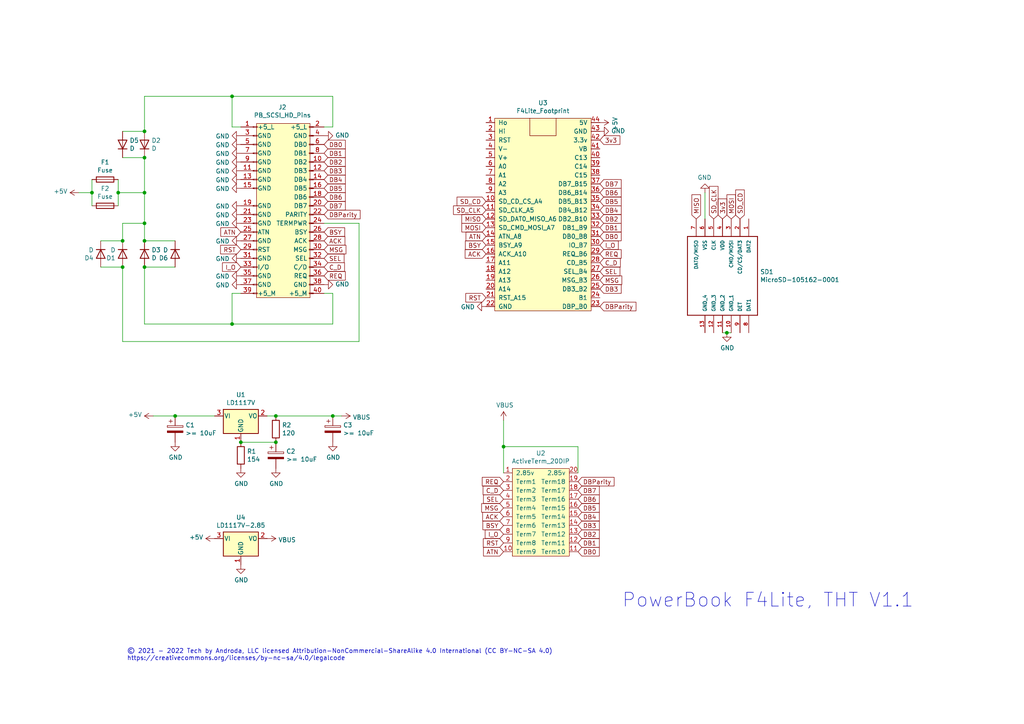
<source format=kicad_sch>
(kicad_sch (version 20211123) (generator eeschema)
  (paper "A4")
  (lib_symbols
    (symbol "Device:CP" (pin_numbers hide) (pin_names (offset 0.254))
      (property "Reference" "C" (at 0.635 2.54 0))
      (property "Value" "Device_CP" (at 0.635 -2.54 0))
      (symbol "CP_0_1"
        (rectangle (start -2.286 0.508) (end 2.286 1.016))
        (polyline (pts (xy -1.778 2.286) (xy -0.762 2.286)))
        (polyline (pts (xy -1.27 2.794) (xy -1.27 1.778)))
        (rectangle (start 2.286 -0.508) (end -2.286 -1.016) (fill (type outline)))
      )
      (symbol "CP_1_1"
        (pin passive line (at 0 3.81 270) (length 2.794) (name "~") (number "1"))
        (pin passive line (at 0 -3.81 90) (length 2.794) (name "~") (number "2"))
      )
    )
    (symbol "Device:D" (pin_numbers hide) (pin_names (offset 1.016) hide)
      (property "Reference" "D" (at 0 2.54 0))
      (property "Value" "D" (at 0 -2.54 0))
      (symbol "D_0_1"
        (polyline (pts (xy -1.27 1.27) (xy -1.27 -1.27)) (stroke (width 0.254)))
        (polyline (pts (xy 1.27 0) (xy -1.27 0)))
        (polyline (pts (xy 1.27 1.27) (xy 1.27 -1.27) (xy -1.27 0) (xy 1.27 1.27)) (stroke (width 0.254)))
      )
      (symbol "D_1_1"
        (pin passive line (at -3.81 0 0) (length 2.54) (name "K") (number "1"))
        (pin passive line (at 3.81 0 180) (length 2.54) (name "A") (number "2"))
      )
    )
    (symbol "Device:Fuse" (pin_numbers hide) (pin_names (offset 0))
      (property "Reference" "F" (at 2.032 0 90))
      (property "Value" "Fuse" (at -1.905 0 90))
      (symbol "Fuse_0_1"
        (rectangle (start -0.762 -2.54) (end 0.762 2.54) (stroke (width 0.254)))
        (polyline (pts (xy 0 2.54) (xy 0 -2.54)))
      )
      (symbol "Fuse_1_1"
        (pin passive line (at 0 3.81 270) (length 1.27) (name "~") (number "1"))
        (pin passive line (at 0 -3.81 90) (length 1.27) (name "~") (number "2"))
      )
    )
    (symbol "Device:R" (pin_numbers hide) (pin_names (offset 0))
      (property "Reference" "R" (at 2.032 0 90))
      (property "Value" "R" (at 0 0 90))
      (symbol "R_0_1"
        (rectangle (start -1.016 -2.54) (end 1.016 2.54) (stroke (width 0.254)))
      )
      (symbol "R_1_1"
        (pin passive line (at 0 3.81 270) (length 1.27) (name "~") (number "1"))
        (pin passive line (at 0 -3.81 90) (length 1.27) (name "~") (number "2"))
      )
    )
    (symbol "Regulator_Linear:LD1117VCD-2.85" (pin_names (offset 0.254))
      (property "Reference" "U" (at -3.81 3.175 0))
      (property "Value" "LD1117VCD-2.85" (at 0 3.175 0))
      (symbol "LD1117VCD-2.85_0_1"
        (rectangle (start -5.08 -5.08) (end 5.08 1.905) (stroke (width 0.254)) (fill (type background)))
      )
      (symbol "LD1117VCD-2.85_1_1"
        (pin power_in line (at 0 -7.62 90) (length 2.54) (name "GND") (number "1"))
        (pin power_out line (at 7.62 0 180) (length 2.54) (name "VO") (number "2"))
        (pin power_in line (at -7.62 0 0) (length 2.54) (name "VI") (number "3"))
      )
    )
    (symbol "custom_symbols:ActiveTerm_20DIP" (pin_names (offset 1.016))
      (property "Reference" "U" (at 0 0 0))
      (property "Value" "custom_symbols_ActiveTerm_20DIP" (at 0 2.54 0))
      (symbol "ActiveTerm_20DIP_0_1"
        (rectangle (start -7.62 -2.54) (end 8.89 -27.94) (fill (type background)))
      )
      (symbol "ActiveTerm_20DIP_1_1"
        (pin input line (at -10.16 -3.81 0) (length 2.54) (name "2.85v") (number "1"))
        (pin input line (at -10.16 -26.67 0) (length 2.54) (name "Term9") (number "10"))
        (pin input line (at 11.43 -26.67 180) (length 2.54) (name "Term10") (number "11"))
        (pin input line (at 11.43 -24.13 180) (length 2.54) (name "Term11") (number "12"))
        (pin input line (at 11.43 -21.59 180) (length 2.54) (name "Term12") (number "13"))
        (pin input line (at 11.43 -19.05 180) (length 2.54) (name "Term13") (number "14"))
        (pin input line (at 11.43 -16.51 180) (length 2.54) (name "Term14") (number "15"))
        (pin input line (at 11.43 -13.97 180) (length 2.54) (name "Term15") (number "16"))
        (pin input line (at 11.43 -11.43 180) (length 2.54) (name "Term16") (number "17"))
        (pin input line (at 11.43 -8.89 180) (length 2.54) (name "Term17") (number "18"))
        (pin input line (at 11.43 -6.35 180) (length 2.54) (name "Term18") (number "19"))
        (pin input line (at -10.16 -6.35 0) (length 2.54) (name "Term1") (number "2"))
        (pin input line (at 11.43 -3.81 180) (length 2.54) (name "2.85v") (number "20"))
        (pin input line (at -10.16 -8.89 0) (length 2.54) (name "Term2") (number "3"))
        (pin input line (at -10.16 -11.43 0) (length 2.54) (name "Term3") (number "4"))
        (pin input line (at -10.16 -13.97 0) (length 2.54) (name "Term4") (number "5"))
        (pin input line (at -10.16 -16.51 0) (length 2.54) (name "Term5") (number "6"))
        (pin input line (at -10.16 -19.05 0) (length 2.54) (name "Term6") (number "7"))
        (pin input line (at -10.16 -21.59 0) (length 2.54) (name "Term7") (number "8"))
        (pin input line (at -10.16 -24.13 0) (length 2.54) (name "Term8") (number "9"))
      )
    )
    (symbol "custom_symbols:F4Lite_Footprint" (pin_names (offset 1.016))
      (property "Reference" "U" (at 0 0 0))
      (property "Value" "custom_symbols_F4Lite_Footprint" (at 0 2.54 0))
      (symbol "F4Lite_Footprint_0_1"
        (rectangle (start -13.97 -3.81) (end 13.97 -59.69) (fill (type background)))
        (polyline (pts (xy -3.81 -3.81) (xy -3.81 -8.89) (xy 3.81 -8.89) (xy 3.81 -3.81)))
      )
      (symbol "F4Lite_Footprint_1_1"
        (pin input line (at -16.51 -5.08 0) (length 2.54) (name "Ho") (number "1"))
        (pin input line (at -16.51 -27.94 0) (length 2.54) (name "SD_CD_CS_A4") (number "10"))
        (pin input line (at -16.51 -30.48 0) (length 2.54) (name "SD_CLK_A5") (number "11"))
        (pin input line (at -16.51 -33.02 0) (length 2.54) (name "SD_DAT0_MISO_A6") (number "12"))
        (pin input line (at -16.51 -35.56 0) (length 2.54) (name "SD_CMD_MOSI_A7") (number "13"))
        (pin input line (at -16.51 -38.1 0) (length 2.54) (name "ATN_A8") (number "14"))
        (pin input line (at -16.51 -40.64 0) (length 2.54) (name "BSY_A9") (number "15"))
        (pin input line (at -16.51 -43.18 0) (length 2.54) (name "ACK_A10") (number "16"))
        (pin input line (at -16.51 -45.72 0) (length 2.54) (name "A11") (number "17"))
        (pin input line (at -16.51 -48.26 0) (length 2.54) (name "A12") (number "18"))
        (pin input line (at -16.51 -50.8 0) (length 2.54) (name "A13") (number "19"))
        (pin input line (at -16.51 -7.62 0) (length 2.54) (name "Hi") (number "2"))
        (pin input line (at -16.51 -53.34 0) (length 2.54) (name "A14") (number "20"))
        (pin input line (at -16.51 -55.88 0) (length 2.54) (name "RST_A15") (number "21"))
        (pin input line (at -16.51 -58.42 0) (length 2.54) (name "GND") (number "22"))
        (pin input line (at 16.51 -58.42 180) (length 2.54) (name "DBP_B0") (number "23"))
        (pin input line (at 16.51 -55.88 180) (length 2.54) (name "B1") (number "24"))
        (pin input line (at 16.51 -53.34 180) (length 2.54) (name "DB3_B2") (number "25"))
        (pin input line (at 16.51 -50.8 180) (length 2.54) (name "MSG_B3") (number "26"))
        (pin input line (at 16.51 -48.26 180) (length 2.54) (name "SEL_B4") (number "27"))
        (pin input line (at 16.51 -45.72 180) (length 2.54) (name "CD_B5") (number "28"))
        (pin input line (at 16.51 -43.18 180) (length 2.54) (name "REQ_B6") (number "29"))
        (pin input line (at -16.51 -10.16 0) (length 2.54) (name "RST") (number "3"))
        (pin input line (at 16.51 -40.64 180) (length 2.54) (name "IO_B7") (number "30"))
        (pin input line (at 16.51 -38.1 180) (length 2.54) (name "DB0_B8") (number "31"))
        (pin input line (at 16.51 -35.56 180) (length 2.54) (name "DB1_B9") (number "32"))
        (pin input line (at 16.51 -33.02 180) (length 2.54) (name "DB2_B10") (number "33"))
        (pin input line (at 16.51 -30.48 180) (length 2.54) (name "DB4_B12") (number "34"))
        (pin input line (at 16.51 -27.94 180) (length 2.54) (name "DB5_B13") (number "35"))
        (pin input line (at 16.51 -25.4 180) (length 2.54) (name "DB6_B14") (number "36"))
        (pin input line (at 16.51 -22.86 180) (length 2.54) (name "DB7_B15") (number "37"))
        (pin input line (at 16.51 -20.32 180) (length 2.54) (name "C15") (number "38"))
        (pin input line (at 16.51 -17.78 180) (length 2.54) (name "C14") (number "39"))
        (pin input line (at -16.51 -12.7 0) (length 2.54) (name "V-") (number "4"))
        (pin input line (at 16.51 -15.24 180) (length 2.54) (name "C13") (number "40"))
        (pin input line (at 16.51 -12.7 180) (length 2.54) (name "VB") (number "41"))
        (pin input line (at 16.51 -10.16 180) (length 2.54) (name "3.3v") (number "42"))
        (pin input line (at 16.51 -7.62 180) (length 2.54) (name "GND") (number "43"))
        (pin input line (at 16.51 -5.08 180) (length 2.54) (name "5V") (number "44"))
        (pin input line (at -16.51 -15.24 0) (length 2.54) (name "V+") (number "5"))
        (pin input line (at -16.51 -17.78 0) (length 2.54) (name "A0") (number "6"))
        (pin input line (at -16.51 -20.32 0) (length 2.54) (name "A1") (number "7"))
        (pin input line (at -16.51 -22.86 0) (length 2.54) (name "A2") (number "8"))
        (pin input line (at -16.51 -25.4 0) (length 2.54) (name "A3") (number "9"))
      )
    )
    (symbol "custom_symbols:MicroSD-105162-0001" (pin_names (offset 1.016))
      (property "Reference" "J" (at 29.21 7.62 0))
      (property "Value" "custom_symbols_MicroSD-105162-0001" (at 29.21 5.08 0))
      (symbol "MicroSD-105162-0001_0_0"
        (polyline (pts (xy 5.08 2.54) (xy 5.08 -17.78)) (stroke (width 0.254)))
        (polyline (pts (xy 5.08 2.54) (xy 27.94 2.54)) (stroke (width 0.254)))
        (polyline (pts (xy 27.94 -17.78) (xy 5.08 -17.78)) (stroke (width 0.254)))
        (polyline (pts (xy 27.94 -17.78) (xy 27.94 2.54)) (stroke (width 0.254)))
        (pin bidirectional line (at 0 0 0) (length 5.08) (name "DAT2") (number "1"))
        (pin bidirectional line (at 33.02 -5.08 180) (length 5.08) (name "GND_1") (number "10"))
        (pin bidirectional line (at 33.02 -7.62 180) (length 5.08) (name "GND_2") (number "11"))
        (pin bidirectional line (at 33.02 -10.16 180) (length 5.08) (name "GND_3") (number "12"))
        (pin bidirectional line (at 33.02 -12.7 180) (length 5.08) (name "GND_4") (number "13"))
        (pin bidirectional line (at 0 -2.54 0) (length 5.08) (name "CD/CS/DAT3") (number "2"))
        (pin bidirectional line (at 0 -5.08 0) (length 5.08) (name "CMD/MOSI") (number "3"))
        (pin bidirectional line (at 0 -7.62 0) (length 5.08) (name "VDD") (number "4"))
        (pin bidirectional line (at 0 -10.16 0) (length 5.08) (name "CLK") (number "5"))
        (pin bidirectional line (at 0 -12.7 0) (length 5.08) (name "VSS") (number "6"))
        (pin bidirectional line (at 0 -15.24 0) (length 5.08) (name "DAT0/MISO") (number "7"))
        (pin bidirectional line (at 33.02 0 180) (length 5.08) (name "DAT1") (number "8"))
        (pin bidirectional line (at 33.02 -2.54 180) (length 5.08) (name "DET") (number "9"))
      )
    )
    (symbol "custom_symbols:PB_SCSI_HD_Pins" (pin_names (offset 1.016))
      (property "Reference" "J" (at -0.508 26.67 0))
      (property "Value" "custom_symbols_PB_SCSI_HD_Pins" (at -0.508 -28.702 0))
      (symbol "PB_SCSI_HD_Pins_0_1"
        (rectangle (start -8.128 -25.4) (end 7.366 25.146) (fill (type background)))
      )
      (symbol "PB_SCSI_HD_Pins_1_1"
        (rectangle (start -9.144 -24.003) (end -7.874 -24.257) (stroke (width 0.1524)))
        (rectangle (start -9.144 -21.463) (end -7.874 -21.717) (stroke (width 0.1524)))
        (rectangle (start -9.144 -18.923) (end -7.874 -19.177) (stroke (width 0.1524)))
        (rectangle (start -9.144 -16.383) (end -7.874 -16.637) (stroke (width 0.1524)))
        (rectangle (start -9.144 -13.843) (end -7.874 -14.097) (stroke (width 0.1524)))
        (rectangle (start -9.144 -11.303) (end -7.874 -11.557) (stroke (width 0.1524)))
        (rectangle (start -9.144 -8.763) (end -7.874 -9.017) (stroke (width 0.1524)))
        (rectangle (start -9.144 -6.223) (end -7.874 -6.477) (stroke (width 0.1524)))
        (rectangle (start -9.144 -3.683) (end -7.874 -3.937) (stroke (width 0.1524)))
        (rectangle (start -9.144 -1.143) (end -7.874 -1.397) (stroke (width 0.1524)))
        (rectangle (start -9.144 1.397) (end -7.874 1.143) (stroke (width 0.1524)))
        (rectangle (start -9.144 6.477) (end -7.874 6.223) (stroke (width 0.1524)))
        (rectangle (start -9.144 9.017) (end -7.874 8.763) (stroke (width 0.1524)))
        (rectangle (start -9.144 11.557) (end -7.874 11.303) (stroke (width 0.1524)))
        (rectangle (start -9.144 14.097) (end -7.874 13.843) (stroke (width 0.1524)))
        (rectangle (start -9.144 16.637) (end -7.874 16.383) (stroke (width 0.1524)))
        (rectangle (start -9.144 19.177) (end -7.874 18.923) (stroke (width 0.1524)))
        (rectangle (start -9.144 21.717) (end -7.874 21.463) (stroke (width 0.1524)))
        (rectangle (start -9.144 24.257) (end -7.874 24.003) (stroke (width 0.1524)))
        (rectangle (start 8.382 -24.003) (end 7.112 -24.257) (stroke (width 0.1524)))
        (rectangle (start 8.382 -21.463) (end 7.112 -21.717) (stroke (width 0.1524)))
        (rectangle (start 8.382 -18.923) (end 7.112 -19.177) (stroke (width 0.1524)))
        (rectangle (start 8.382 -16.383) (end 7.112 -16.637) (stroke (width 0.1524)))
        (rectangle (start 8.382 -13.843) (end 7.112 -14.097) (stroke (width 0.1524)))
        (rectangle (start 8.382 -11.303) (end 7.112 -11.557) (stroke (width 0.1524)))
        (rectangle (start 8.382 -8.763) (end 7.112 -9.017) (stroke (width 0.1524)))
        (rectangle (start 8.382 -6.223) (end 7.112 -6.477) (stroke (width 0.1524)))
        (rectangle (start 8.382 -3.683) (end 7.112 -3.937) (stroke (width 0.1524)))
        (rectangle (start 8.382 -1.143) (end 7.112 -1.397) (stroke (width 0.1524)))
        (rectangle (start 8.382 1.397) (end 7.112 1.143) (stroke (width 0.1524)))
        (rectangle (start 8.382 3.937) (end 7.112 3.683) (stroke (width 0.1524)))
        (rectangle (start 8.382 6.477) (end 7.112 6.223) (stroke (width 0.1524)))
        (rectangle (start 8.382 9.017) (end 7.112 8.763) (stroke (width 0.1524)))
        (rectangle (start 8.382 11.557) (end 7.112 11.303) (stroke (width 0.1524)))
        (rectangle (start 8.382 14.097) (end 7.112 13.843) (stroke (width 0.1524)))
        (rectangle (start 8.382 16.637) (end 7.112 16.383) (stroke (width 0.1524)))
        (rectangle (start 8.382 19.177) (end 7.112 18.923) (stroke (width 0.1524)))
        (rectangle (start 8.382 21.717) (end 7.112 21.463) (stroke (width 0.1524)))
        (rectangle (start 8.382 24.257) (end 7.112 24.003) (stroke (width 0.1524)))
        (pin power_in line (at -12.7 24.13 0) (length 3.81) (name "+5_L") (number "1"))
        (pin passive line (at 11.43 13.97 180) (length 3.81) (name "DB2") (number "10"))
        (pin power_in line (at -12.7 11.43 0) (length 3.81) (name "GND") (number "11"))
        (pin passive line (at 11.43 11.43 180) (length 3.81) (name "DB3") (number "12"))
        (pin power_in line (at -12.7 8.89 0) (length 3.81) (name "GND") (number "13"))
        (pin passive line (at 11.43 8.89 180) (length 3.81) (name "DB4") (number "14"))
        (pin power_in line (at -12.7 6.35 0) (length 3.81) (name "GND") (number "15"))
        (pin passive line (at 11.43 6.35 180) (length 3.81) (name "DB5") (number "16"))
        (pin passive line (at 11.43 3.81 180) (length 3.81) (name "DB6") (number "18"))
        (pin power_in line (at -12.7 1.27 0) (length 3.81) (name "GND") (number "19"))
        (pin power_in line (at 11.43 24.13 180) (length 3.81) (name "+5_L") (number "2"))
        (pin passive line (at 11.43 1.27 180) (length 3.81) (name "DB7") (number "20"))
        (pin power_in line (at -12.7 -1.27 0) (length 3.81) (name "GND") (number "21"))
        (pin passive line (at 11.43 -1.27 180) (length 3.81) (name "PARITY") (number "22"))
        (pin power_in line (at -12.7 -3.81 0) (length 3.81) (name "GND") (number "23"))
        (pin passive line (at 11.43 -3.81 180) (length 3.81) (name "TERMPWR") (number "24"))
        (pin passive line (at -12.7 -6.35 0) (length 3.81) (name "ATN") (number "25"))
        (pin passive line (at 11.43 -6.35 180) (length 3.81) (name "BSY") (number "26"))
        (pin power_in line (at -12.7 -8.89 0) (length 3.81) (name "GND") (number "27"))
        (pin passive line (at 11.43 -8.89 180) (length 3.81) (name "ACK") (number "28"))
        (pin passive line (at -12.7 -11.43 0) (length 3.81) (name "RST") (number "29"))
        (pin power_in line (at -12.7 21.59 0) (length 3.81) (name "GND") (number "3"))
        (pin passive line (at 11.43 -11.43 180) (length 3.81) (name "MSG") (number "30"))
        (pin power_in line (at -12.7 -13.97 0) (length 3.81) (name "GND") (number "31"))
        (pin passive line (at 11.43 -13.97 180) (length 3.81) (name "SEL") (number "32"))
        (pin passive line (at -12.7 -16.51 0) (length 3.81) (name "I/O") (number "33"))
        (pin passive line (at 11.43 -16.51 180) (length 3.81) (name "C/D") (number "34"))
        (pin power_in line (at -12.7 -19.05 0) (length 3.81) (name "GND") (number "35"))
        (pin passive line (at 11.43 -19.05 180) (length 3.81) (name "REQ") (number "36"))
        (pin power_in line (at -12.7 -21.59 0) (length 3.81) (name "GND") (number "37"))
        (pin power_in line (at 11.43 -21.59 180) (length 3.81) (name "GND") (number "38"))
        (pin power_in line (at -12.7 -24.13 0) (length 3.81) (name "+5_M") (number "39"))
        (pin power_in line (at 11.43 21.59 180) (length 3.81) (name "GND") (number "4"))
        (pin power_in line (at 11.43 -24.13 180) (length 3.81) (name "+5_M") (number "40"))
        (pin power_in line (at -12.7 19.05 0) (length 3.81) (name "GND") (number "5"))
        (pin passive line (at 11.43 19.05 180) (length 3.81) (name "DB0") (number "6"))
        (pin power_in line (at -12.7 16.51 0) (length 3.81) (name "GND") (number "7"))
        (pin passive line (at 11.43 16.51 180) (length 3.81) (name "DB1") (number "8"))
        (pin power_in line (at -12.7 13.97 0) (length 3.81) (name "GND") (number "9"))
      )
    )
    (symbol "power:+5V" (power) (pin_names (offset 0))
      (property "Value" "+5V" (at 0 3.556 0))
      (symbol "+5V_0_1"
        (polyline (pts (xy -0.762 1.27) (xy 0 2.54)))
        (polyline (pts (xy 0 0) (xy 0 2.54)))
        (polyline (pts (xy 0 2.54) (xy 0.762 1.27)))
      )
      (symbol "+5V_1_1"
        (pin power_in line (at 0 0 90) (length 0) hide (name "+5V") (number "1"))
      )
    )
    (symbol "power:GND" (power) (pin_names (offset 0))
      (property "Value" "GND" (at 0 -3.81 0))
      (symbol "GND_0_1"
        (polyline (pts (xy 0 0) (xy 0 -1.27) (xy 1.27 -1.27) (xy 0 -2.54) (xy -1.27 -1.27) (xy 0 -1.27)))
      )
      (symbol "GND_1_1"
        (pin power_in line (at 0 0 270) (length 0) hide (name "GND") (number "1"))
      )
    )
    (symbol "power:VBUS" (power) (pin_names (offset 0))
      (property "Value" "VBUS" (at 0 3.81 0))
      (symbol "VBUS_0_1"
        (polyline (pts (xy -0.762 1.27) (xy 0 2.54)))
        (polyline (pts (xy 0 0) (xy 0 2.54)))
        (polyline (pts (xy 0 2.54) (xy 0.762 1.27)))
      )
      (symbol "VBUS_1_1"
        (pin power_in line (at 0 0 90) (length 0) hide (name "VBUS") (number "1"))
      )
    )
  )
  (junction (at 80.01 128.27))
  (junction (at 69.85 128.27))
  (junction (at 67.31 27.94))
  (junction (at 96.52 120.65))
  (junction (at 210.82 96.52))
  (junction (at 41.91 69.85))
  (junction (at 67.31 93.98))
  (junction (at 35.56 77.47))
  (junction (at 41.91 45.72))
  (junction (at 41.91 38.1))
  (junction (at 26.67 55.88))
  (junction (at 41.91 55.88))
  (junction (at 50.8 120.65))
  (junction (at 41.91 64.77))
  (junction (at 146.05 129.54))
  (junction (at 80.01 120.65))
  (junction (at 41.91 77.47))
  (junction (at 35.56 69.85))
  (junction (at 34.29 55.88))
  (wire (pts (xy 67.31 27.94) (xy 41.91 27.94)))
  (wire (pts (xy 41.91 45.72) (xy 41.91 55.88)))
  (wire (pts (xy 41.91 55.88) (xy 41.91 64.77)))
  (wire (pts (xy 96.52 93.98) (xy 67.31 93.98)))
  (wire (pts (xy 34.29 52.07) (xy 34.29 55.88)))
  (wire (pts (xy 50.8 120.65) (xy 62.23 120.65)))
  (wire (pts (xy 67.31 93.98) (xy 67.31 85.09)))
  (wire (pts (xy 104.14 99.06) (xy 104.14 64.77)))
  (wire (pts (xy 146.05 129.54) (xy 146.05 137.16)))
  (wire (pts (xy 67.31 85.09) (xy 69.85 85.09)))
  (wire (pts (xy 96.52 36.83) (xy 96.52 27.94)))
  (wire (pts (xy 41.91 27.94) (xy 41.91 38.1)))
  (wire (pts (xy 212.09 96.52) (xy 210.82 96.52)))
  (wire (pts (xy 41.91 69.85) (xy 50.8 69.85)))
  (wire (pts (xy 167.64 129.54) (xy 146.05 129.54)))
  (wire (pts (xy 35.56 77.47) (xy 35.56 99.06)))
  (wire (pts (xy 26.67 55.88) (xy 26.67 59.69)))
  (wire (pts (xy 35.56 38.1) (xy 41.91 38.1)))
  (wire (pts (xy 210.82 96.52) (xy 209.55 96.52)))
  (wire (pts (xy 96.52 27.94) (xy 67.31 27.94)))
  (wire (pts (xy 35.56 69.85) (xy 35.56 64.77)))
  (wire (pts (xy 80.01 120.65) (xy 96.52 120.65)))
  (wire (pts (xy 77.47 120.65) (xy 80.01 120.65)))
  (wire (pts (xy 69.85 128.27) (xy 80.01 128.27)))
  (wire (pts (xy 67.31 93.98) (xy 41.91 93.98)))
  (wire (pts (xy 41.91 77.47) (xy 50.8 77.47)))
  (wire (pts (xy 67.31 27.94) (xy 67.31 36.83)))
  (wire (pts (xy 93.98 64.77) (xy 104.14 64.77)))
  (wire (pts (xy 35.56 64.77) (xy 41.91 64.77)))
  (wire (pts (xy 146.05 121.92) (xy 146.05 129.54)))
  (wire (pts (xy 26.67 52.07) (xy 26.67 55.88)))
  (wire (pts (xy 22.86 55.88) (xy 26.67 55.88)))
  (wire (pts (xy 93.98 85.09) (xy 96.52 85.09)))
  (wire (pts (xy 29.21 69.85) (xy 35.56 69.85)))
  (wire (pts (xy 35.56 45.72) (xy 41.91 45.72)))
  (wire (pts (xy 34.29 55.88) (xy 41.91 55.88)))
  (wire (pts (xy 29.21 77.47) (xy 35.56 77.47)))
  (wire (pts (xy 93.98 36.83) (xy 96.52 36.83)))
  (wire (pts (xy 204.47 63.5) (xy 204.47 55.88)))
  (wire (pts (xy 44.45 120.65) (xy 50.8 120.65)))
  (wire (pts (xy 67.31 36.83) (xy 69.85 36.83)))
  (wire (pts (xy 35.56 99.06) (xy 104.14 99.06)))
  (wire (pts (xy 167.64 129.54) (xy 167.64 137.16)))
  (wire (pts (xy 96.52 85.09) (xy 96.52 93.98)))
  (wire (pts (xy 96.52 120.65) (xy 99.06 120.65)))
  (wire (pts (xy 41.91 64.77) (xy 41.91 69.85)))
  (wire (pts (xy 41.91 93.98) (xy 41.91 77.47)))
  (wire (pts (xy 34.29 55.88) (xy 34.29 59.69)))
  (text "© 2021 - 2022 Tech by Androda, LLC licensed Attribution-NonCommercial-ShareAlike 4.0 International (CC BY-NC-SA 4.0)\nhttps://creativecommons.org/licenses/by-nc-sa/4.0/legalcode" (at 36.83 191.77 0) (effects (font (size 1.27 1.27)) (justify left bottom)))
  (text "PowerBook F4Lite, THT V1.1" (at 180.34 176.53 0) (effects (font (size 4 4)) (justify left bottom)))
  (global_label "SEL" (shape input) (at 146.05 144.78 180) (property "Intersheet References" "${INTERSHEET_REFS}" (effects hide)))
  (global_label "DB0" (shape input) (at 167.64 160.02 0) (property "Intersheet References" "${INTERSHEET_REFS}" (effects hide)))
  (global_label "DB5" (shape input) (at 93.98 54.61 0) (property "Intersheet References" "${INTERSHEET_REFS}" (effects hide)))
  (global_label "ACK" (shape input) (at 146.05 149.86 180) (property "Intersheet References" "${INTERSHEET_REFS}" (effects hide)))
  (global_label "DB4" (shape input) (at 93.98 52.07 0) (property "Intersheet References" "${INTERSHEET_REFS}" (effects hide)))
  (global_label "I_O" (shape input) (at 173.99 71.12 0) (property "Intersheet References" "${INTERSHEET_REFS}" (effects hide)))
  (global_label "DB3" (shape input) (at 173.99 83.82 0) (property "Intersheet References" "${INTERSHEET_REFS}" (effects hide)))
  (global_label "3v3" (shape input) (at 209.55 63.5 90) (property "Intersheet References" "${INTERSHEET_REFS}" (effects hide)))
  (global_label "MISO" (shape input) (at 201.93 63.5 90) (property "Intersheet References" "${INTERSHEET_REFS}" (effects hide)))
  (global_label "DBParity" (shape input) (at 167.64 139.7 0) (property "Intersheet References" "${INTERSHEET_REFS}" (effects hide)))
  (global_label "SD_CD" (shape input) (at 140.97 58.42 180) (property "Intersheet References" "${INTERSHEET_REFS}" (effects hide)))
  (global_label "I_O" (shape input) (at 69.85 77.47 180) (property "Intersheet References" "${INTERSHEET_REFS}" (effects hide)))
  (global_label "MSG" (shape input) (at 93.98 72.39 0) (property "Intersheet References" "${INTERSHEET_REFS}" (effects hide)))
  (global_label "REQ" (shape input) (at 93.98 80.01 0) (property "Intersheet References" "${INTERSHEET_REFS}" (effects hide)))
  (global_label "DB2" (shape input) (at 93.98 46.99 0) (property "Intersheet References" "${INTERSHEET_REFS}" (effects hide)))
  (global_label "DB1" (shape input) (at 93.98 44.45 0) (property "Intersheet References" "${INTERSHEET_REFS}" (effects hide)))
  (global_label "SD_CD" (shape input) (at 214.63 63.5 90) (property "Intersheet References" "${INTERSHEET_REFS}" (effects hide)))
  (global_label "DB1" (shape input) (at 167.64 157.48 0) (property "Intersheet References" "${INTERSHEET_REFS}" (effects hide)))
  (global_label "DB3" (shape input) (at 93.98 49.53 0) (property "Intersheet References" "${INTERSHEET_REFS}" (effects hide)))
  (global_label "RST" (shape input) (at 146.05 157.48 180) (property "Intersheet References" "${INTERSHEET_REFS}" (effects hide)))
  (global_label "DB4" (shape input) (at 173.99 60.96 0) (property "Intersheet References" "${INTERSHEET_REFS}" (effects hide)))
  (global_label "DB6" (shape input) (at 93.98 57.15 0) (property "Intersheet References" "${INTERSHEET_REFS}" (effects hide)))
  (global_label "RST" (shape input) (at 69.85 72.39 180) (property "Intersheet References" "${INTERSHEET_REFS}" (effects hide)))
  (global_label "DB0" (shape input) (at 173.99 68.58 0) (property "Intersheet References" "${INTERSHEET_REFS}" (effects hide)))
  (global_label "DB1" (shape input) (at 173.99 66.04 0) (property "Intersheet References" "${INTERSHEET_REFS}" (effects hide)))
  (global_label "BSY" (shape input) (at 93.98 67.31 0) (property "Intersheet References" "${INTERSHEET_REFS}" (effects hide)))
  (global_label "MISO" (shape input) (at 140.97 63.5 180) (property "Intersheet References" "${INTERSHEET_REFS}" (effects hide)))
  (global_label "REQ" (shape input) (at 146.05 139.7 180) (property "Intersheet References" "${INTERSHEET_REFS}" (effects hide)))
  (global_label "SEL" (shape input) (at 93.98 74.93 0) (property "Intersheet References" "${INTERSHEET_REFS}" (effects hide)))
  (global_label "DB2" (shape input) (at 173.99 63.5 0) (property "Intersheet References" "${INTERSHEET_REFS}" (effects hide)))
  (global_label "ATN" (shape input) (at 140.97 68.58 180) (property "Intersheet References" "${INTERSHEET_REFS}" (effects hide)))
  (global_label "MOSI" (shape input) (at 140.97 66.04 180) (property "Intersheet References" "${INTERSHEET_REFS}" (effects hide)))
  (global_label "C_D" (shape input) (at 173.99 76.2 0) (property "Intersheet References" "${INTERSHEET_REFS}" (effects hide)))
  (global_label "SD_CLK" (shape input) (at 207.01 63.5 90) (property "Intersheet References" "${INTERSHEET_REFS}" (effects hide)))
  (global_label "ACK" (shape input) (at 93.98 69.85 0) (property "Intersheet References" "${INTERSHEET_REFS}" (effects hide)))
  (global_label "BSY" (shape input) (at 140.97 71.12 180) (property "Intersheet References" "${INTERSHEET_REFS}" (effects hide)))
  (global_label "DB5" (shape input) (at 173.99 58.42 0) (property "Intersheet References" "${INTERSHEET_REFS}" (effects hide)))
  (global_label "BSY" (shape input) (at 146.05 152.4 180) (property "Intersheet References" "${INTERSHEET_REFS}" (effects hide)))
  (global_label "ACK" (shape input) (at 140.97 73.66 180) (property "Intersheet References" "${INTERSHEET_REFS}" (effects hide)))
  (global_label "DBParity" (shape input) (at 173.99 88.9 0) (property "Intersheet References" "${INTERSHEET_REFS}" (effects hide)))
  (global_label "DB6" (shape input) (at 167.64 144.78 0) (property "Intersheet References" "${INTERSHEET_REFS}" (effects hide)))
  (global_label "RST" (shape input) (at 140.97 86.36 180) (property "Intersheet References" "${INTERSHEET_REFS}" (effects hide)))
  (global_label "ATN" (shape input) (at 69.85 67.31 180) (property "Intersheet References" "${INTERSHEET_REFS}" (effects hide)))
  (global_label "DB7" (shape input) (at 93.98 59.69 0) (property "Intersheet References" "${INTERSHEET_REFS}" (effects hide)))
  (global_label "ATN" (shape input) (at 146.05 160.02 180) (property "Intersheet References" "${INTERSHEET_REFS}" (effects hide)))
  (global_label "DB5" (shape input) (at 167.64 147.32 0) (property "Intersheet References" "${INTERSHEET_REFS}" (effects hide)))
  (global_label "I_O" (shape input) (at 146.05 154.94 180) (property "Intersheet References" "${INTERSHEET_REFS}" (effects hide)))
  (global_label "C_D" (shape input) (at 146.05 142.24 180) (property "Intersheet References" "${INTERSHEET_REFS}" (effects hide)))
  (global_label "MSG" (shape input) (at 146.05 147.32 180) (property "Intersheet References" "${INTERSHEET_REFS}" (effects hide)))
  (global_label "DB0" (shape input) (at 93.98 41.91 0) (property "Intersheet References" "${INTERSHEET_REFS}" (effects hide)))
  (global_label "C_D" (shape input) (at 93.98 77.47 0) (property "Intersheet References" "${INTERSHEET_REFS}" (effects hide)))
  (global_label "DB7" (shape input) (at 173.99 53.34 0) (property "Intersheet References" "${INTERSHEET_REFS}" (effects hide)))
  (global_label "DBParity" (shape input) (at 93.98 62.23 0) (property "Intersheet References" "${INTERSHEET_REFS}" (effects hide)))
  (global_label "MSG" (shape input) (at 173.99 81.28 0) (property "Intersheet References" "${INTERSHEET_REFS}" (effects hide)))
  (global_label "DB4" (shape input) (at 167.64 149.86 0) (property "Intersheet References" "${INTERSHEET_REFS}" (effects hide)))
  (global_label "SD_CLK" (shape input) (at 140.97 60.96 180) (property "Intersheet References" "${INTERSHEET_REFS}" (effects hide)))
  (global_label "REQ" (shape input) (at 173.99 73.66 0) (property "Intersheet References" "${INTERSHEET_REFS}" (effects hide)))
  (global_label "DB3" (shape input) (at 167.64 152.4 0) (property "Intersheet References" "${INTERSHEET_REFS}" (effects hide)))
  (global_label "SEL" (shape input) (at 173.99 78.74 0) (property "Intersheet References" "${INTERSHEET_REFS}" (effects hide)))
  (global_label "DB6" (shape input) (at 173.99 55.88 0) (property "Intersheet References" "${INTERSHEET_REFS}" (effects hide)))
  (global_label "3v3" (shape input) (at 173.99 40.64 0) (property "Intersheet References" "${INTERSHEET_REFS}" (effects hide)))
  (global_label "MOSI" (shape input) (at 212.09 63.5 90) (property "Intersheet References" "${INTERSHEET_REFS}" (effects hide)))
  (global_label "DB2" (shape input) (at 167.64 154.94 0) (property "Intersheet References" "${INTERSHEET_REFS}" (effects hide)))
  (global_label "DB7" (shape input) (at 167.64 142.24 0) (property "Intersheet References" "${INTERSHEET_REFS}" (effects hide)))
  (symbol (lib_id "power:+5V") (at 173.99 35.56 270) (unit 1)
    (property "Reference" "#PWR033" (effects hide))
    (property "Value" "+5V" (at 178.3842 35.941 0))
  )
  (symbol (lib_id "custom_symbols:PB_SCSI_HD_Pins") (at 82.55 60.96 0) (unit 1)
    (property "Reference" "J2" (at 81.915 31.115 0))
    (property "Value" "PB_SCSI_HD_Pins" (at 81.915 33.4264 0))
    (property "Footprint" "CustomFootprints:PowerBook_SCSI_40Pin_UpsideDown" (effects hide))
  )
  (symbol (lib_id "custom_symbols:MicroSD-105162-0001") (at 217.17 63.5 270) (unit 1)
    (property "Reference" "SD1" (at 220.472 78.8416 90) (effects (justify left)))
    (property "Value" "MicroSD-105162-0001" (at 220.472 81.153 90) (effects (justify left)))
    (property "Footprint" "CustomFootprints:microsd_molex_1051620001" (effects hide))
    (property "MANUFACTURER_PART_NUMBER" "105162-0001" (effects hide))
    (property "HEIGHT" "mm" (effects hide))
    (property "MOUSER_PART_NUMBER" "538-105162-0001" (effects hide))
    (property "DESCRIPTION" "Memory Card Connectors 1.45H MICRO SD HEADER WITH D/C PIN" (effects hide))
    (property "MANUFACTURER_NAME" "Molex" (effects hide))
    (property "MOUSER_PRICE-STOCK" "https://www.mouser.co.uk/ProductDetail/Molex/105162-0001?qs=1fNsfHe5VsK8daqlgKxZfQ%3D%3D" (effects hide))
  )
  (symbol (lib_id "power:GND") (at 204.47 55.88 180) (unit 1)
    (property "Reference" "#PWR0104" (effects hide))
    (property "Value" "GND" (at 204.343 51.4858 0))
  )
  (symbol (lib_id "power:GND") (at 210.82 96.52 0) (unit 1)
    (property "Reference" "#PWR0105" (effects hide))
    (property "Value" "GND" (at 210.947 100.9142 0))
  )
  (symbol (lib_id "power:GND") (at 173.99 38.1 90) (unit 1)
    (property "Reference" "#PWR0101" (effects hide))
    (property "Value" "GND" (at 177.2412 37.973 90) (effects (justify right)))
  )
  (symbol (lib_id "power:GND") (at 140.97 88.9 270) (unit 1)
    (property "Reference" "#PWR0103" (effects hide))
    (property "Value" "GND" (at 137.7188 89.027 90) (effects (justify right)))
  )
  (symbol (lib_id "power:GND") (at 93.98 39.37 90) (unit 1)
    (property "Reference" "#PWR018" (effects hide))
    (property "Value" "GND" (at 97.2312 39.243 90) (effects (justify right)))
  )
  (symbol (lib_id "power:GND") (at 93.98 82.55 90) (unit 1)
    (property "Reference" "#PWR020" (effects hide))
    (property "Value" "GND" (at 97.2312 82.423 90) (effects (justify right)))
  )
  (symbol (lib_id "power:GND") (at 69.85 80.01 270) (unit 1)
    (property "Reference" "#PWR014" (effects hide))
    (property "Value" "GND" (at 66.5988 80.137 90) (effects (justify right)))
  )
  (symbol (lib_id "power:GND") (at 69.85 82.55 270) (unit 1)
    (property "Reference" "#PWR015" (effects hide))
    (property "Value" "GND" (at 66.5988 82.677 90) (effects (justify right)))
  )
  (symbol (lib_id "power:GND") (at 69.85 74.93 270) (unit 1)
    (property "Reference" "#PWR013" (effects hide))
    (property "Value" "GND" (at 66.5988 75.057 90) (effects (justify right)))
  )
  (symbol (lib_id "power:GND") (at 69.85 69.85 270) (unit 1)
    (property "Reference" "#PWR012" (effects hide))
    (property "Value" "GND" (at 66.5988 69.977 90) (effects (justify right)))
  )
  (symbol (lib_id "power:GND") (at 69.85 64.77 270) (unit 1)
    (property "Reference" "#PWR011" (effects hide))
    (property "Value" "GND" (at 66.5988 64.897 90) (effects (justify right)))
  )
  (symbol (lib_id "power:GND") (at 69.85 62.23 270) (unit 1)
    (property "Reference" "#PWR010" (effects hide))
    (property "Value" "GND" (at 66.5988 62.357 90) (effects (justify right)))
  )
  (symbol (lib_id "power:GND") (at 69.85 59.69 270) (unit 1)
    (property "Reference" "#PWR09" (effects hide))
    (property "Value" "GND" (at 66.5988 59.817 90) (effects (justify right)))
  )
  (symbol (lib_id "power:GND") (at 69.85 54.61 270) (unit 1)
    (property "Reference" "#PWR08" (effects hide))
    (property "Value" "GND" (at 66.5988 54.737 90) (effects (justify right)))
  )
  (symbol (lib_id "power:GND") (at 69.85 52.07 270) (unit 1)
    (property "Reference" "#PWR07" (effects hide))
    (property "Value" "GND" (at 66.5988 52.197 90) (effects (justify right)))
  )
  (symbol (lib_id "power:GND") (at 69.85 49.53 270) (unit 1)
    (property "Reference" "#PWR06" (effects hide))
    (property "Value" "GND" (at 66.5988 49.657 90) (effects (justify right)))
  )
  (symbol (lib_id "power:GND") (at 69.85 46.99 270) (unit 1)
    (property "Reference" "#PWR05" (effects hide))
    (property "Value" "GND" (at 66.5988 47.117 90) (effects (justify right)))
  )
  (symbol (lib_id "power:GND") (at 69.85 44.45 270) (unit 1)
    (property "Reference" "#PWR04" (effects hide))
    (property "Value" "GND" (at 66.5988 44.577 90) (effects (justify right)))
  )
  (symbol (lib_id "power:GND") (at 69.85 41.91 270) (unit 1)
    (property "Reference" "#PWR03" (effects hide))
    (property "Value" "GND" (at 66.5988 42.037 90) (effects (justify right)))
  )
  (symbol (lib_id "power:GND") (at 69.85 39.37 270) (unit 1)
    (property "Reference" "#PWR02" (effects hide))
    (property "Value" "GND" (at 66.5988 39.497 90) (effects (justify right)))
  )
  (symbol (lib_id "power:+5V") (at 22.86 55.88 90) (unit 1)
    (property "Reference" "#PWR01" (effects hide))
    (property "Value" "+5V" (at 19.6088 55.499 90) (effects (justify left)))
  )
  (symbol (lib_id "Regulator_Linear:LD1117VCD-2.85") (at 69.85 120.65 0) (unit 1)
    (property "Reference" "U1" (at 69.85 114.5032 0))
    (property "Value" "LD1117V" (at 69.85 116.8146 0))
    (property "Footprint" "Package_TO_SOT_THT:TO-220-3_Horizontal_TabDown" (effects hide))
    (property "Datasheet" "http://www.advanced-monolithic.com/pdf/ds1117.pdf" (effects hide))
  )
  (symbol (lib_id "power:GND") (at 69.85 135.89 0) (unit 1)
    (property "Reference" "#PWR021" (effects hide))
    (property "Value" "GND" (at 69.977 140.2842 0))
  )
  (symbol (lib_id "power:VBUS") (at 99.06 120.65 270) (unit 1)
    (property "Reference" "#PWR023" (effects hide))
    (property "Value" "VBUS" (at 102.3112 121.031 90) (effects (justify left)))
  )
  (symbol (lib_id "custom_symbols:ActiveTerm_20DIP") (at 156.21 133.35 0) (unit 1)
    (property "Reference" "U2" (at 156.845 131.445 0))
    (property "Value" "ActiveTerm_20DIP" (at 156.845 133.7564 0))
    (property "Footprint" "Package_DIP:DIP-20_W7.62mm_Socket" (effects hide))
  )
  (symbol (lib_id "power:+5V") (at 44.45 120.65 90) (unit 1)
    (property "Reference" "#PWR0107" (effects hide))
    (property "Value" "+5V" (at 41.1988 120.269 90) (effects (justify left)))
  )
  (symbol (lib_id "Device:D") (at 35.56 73.66 270) (unit 1)
    (property "Reference" "D1" (at 33.528 74.8284 90) (effects (justify right)))
    (property "Value" "D" (at 33.528 72.517 90) (effects (justify right)))
    (property "Footprint" "Diode_THT:D_A-405_P10.16mm_Horizontal" (effects hide))
  )
  (symbol (lib_id "power:VBUS") (at 146.05 121.92 0) (unit 1)
    (property "Reference" "#PWR0106" (effects hide))
    (property "Value" "VBUS" (at 146.431 117.5258 0))
  )
  (symbol (lib_id "Device:Fuse") (at 30.48 52.07 270) (unit 1)
    (property "Reference" "F1" (at 30.48 47.0662 90))
    (property "Value" "Fuse" (at 30.48 49.3776 90))
    (property "Footprint" "CustomFootprints:Fuse_BelFuse_0ZRE0005FF_L8.3mm_W3.8mm" (effects hide))
  )
  (symbol (lib_id "Device:R") (at 80.01 124.46 0) (unit 1)
    (property "Reference" "R2" (at 81.788 123.2916 0) (effects (justify left)))
    (property "Value" "120" (at 81.788 125.603 0) (effects (justify left)))
    (property "Footprint" "Resistor_THT:R_Axial_DIN0204_L3.6mm_D1.6mm_P5.08mm_Vertical" (effects hide))
  )
  (symbol (lib_id "Device:R") (at 69.85 132.08 0) (unit 1)
    (property "Reference" "R1" (at 71.628 130.9116 0) (effects (justify left)))
    (property "Value" "154" (at 71.628 133.223 0) (effects (justify left)))
    (property "Footprint" "Resistor_THT:R_Axial_DIN0204_L3.6mm_D1.6mm_P7.62mm_Horizontal" (effects hide))
  )
  (symbol (lib_id "power:GND") (at 96.52 128.27 0) (unit 1)
    (property "Reference" "#PWR0108" (effects hide))
    (property "Value" "GND" (at 96.647 132.6642 0))
  )
  (symbol (lib_id "Device:CP") (at 96.52 124.46 0) (unit 1)
    (property "Reference" "C3" (at 99.5172 123.2916 0) (effects (justify left)))
    (property "Value" ">= 10uF" (at 99.5172 125.603 0) (effects (justify left)))
    (property "Footprint" "Capacitor_SMD:C_1206_3216Metric_Pad1.42x1.75mm_HandSolder" (effects hide))
  )
  (symbol (lib_id "power:GND") (at 50.8 128.27 0) (unit 1)
    (property "Reference" "#PWR0109" (effects hide))
    (property "Value" "GND" (at 50.927 132.6642 0))
  )
  (symbol (lib_id "Device:CP") (at 50.8 124.46 0) (unit 1)
    (property "Reference" "C1" (at 53.7972 123.2916 0) (effects (justify left)))
    (property "Value" ">= 10uF" (at 53.7972 125.603 0) (effects (justify left)))
    (property "Footprint" "Capacitor_SMD:C_1206_3216Metric_Pad1.42x1.75mm_HandSolder" (effects hide))
  )
  (symbol (lib_id "power:GND") (at 80.01 135.89 0) (unit 1)
    (property "Reference" "#PWR0110" (effects hide))
    (property "Value" "GND" (at 80.137 140.2842 0))
  )
  (symbol (lib_id "Device:CP") (at 80.01 132.08 0) (unit 1)
    (property "Reference" "C2" (at 83.0072 130.9116 0) (effects (justify left)))
    (property "Value" ">= 10uF" (at 83.0072 133.223 0) (effects (justify left)))
    (property "Footprint" "Capacitor_SMD:C_1206_3216Metric_Pad1.42x1.75mm_HandSolder" (effects hide))
  )
  (symbol (lib_id "Device:D") (at 41.91 41.91 90) (unit 1)
    (property "Reference" "D2" (at 43.942 40.7416 90) (effects (justify right)))
    (property "Value" "D" (at 43.942 43.053 90) (effects (justify right)))
    (property "Footprint" "Diode_THT:D_A-405_P10.16mm_Horizontal" (effects hide))
  )
  (symbol (lib_id "Device:D") (at 41.91 73.66 270) (unit 1)
    (property "Reference" "D3" (at 43.942 72.4916 90) (effects (justify left)))
    (property "Value" "D" (at 43.942 74.803 90) (effects (justify left)))
    (property "Footprint" "Diode_THT:D_A-405_P10.16mm_Horizontal" (effects hide))
  )
  (symbol (lib_id "custom_symbols:F4Lite_Footprint") (at 157.48 30.48 0) (unit 1)
    (property "Reference" "U3" (at 157.48 29.845 0))
    (property "Value" "F4Lite_Footprint" (at 157.48 32.1564 0))
    (property "Footprint" "CustomFootprints:F4Lite_Footprint" (effects hide))
  )
  (symbol (lib_id "Device:D") (at 50.8 73.66 270) (unit 1)
    (property "Reference" "D6" (at 48.768 74.8284 90) (effects (justify right)))
    (property "Value" "D" (at 48.768 72.517 90) (effects (justify right)))
    (property "Footprint" "Diode_SMD:D_SMA" (effects hide))
  )
  (symbol (lib_id "Regulator_Linear:LD1117VCD-2.85") (at 69.85 156.21 0) (unit 1)
    (property "Reference" "U4" (at 69.85 150.0632 0))
    (property "Value" "LD1117V-2.85" (at 69.85 152.3746 0))
    (property "Footprint" "Package_TO_SOT_SMD:SOT-223-3_TabPin2" (effects hide))
    (property "Datasheet" "http://www.advanced-monolithic.com/pdf/ds1117.pdf" (effects hide))
  )
  (symbol (lib_id "power:VBUS") (at 77.47 156.21 270) (unit 1)
    (property "Reference" "#PWR0111" (effects hide))
    (property "Value" "VBUS" (at 80.7212 156.591 90) (effects (justify left)))
  )
  (symbol (lib_id "Device:D") (at 35.56 41.91 90) (unit 1)
    (property "Reference" "D5" (at 37.592 40.7416 90) (effects (justify right)))
    (property "Value" "D" (at 37.592 43.053 90) (effects (justify right)))
    (property "Footprint" "Diode_SMD:D_SMA" (effects hide))
  )
  (symbol (lib_id "power:+5V") (at 62.23 156.21 90) (unit 1)
    (property "Reference" "#PWR0112" (effects hide))
    (property "Value" "+5V" (at 58.9788 155.829 90) (effects (justify left)))
  )
  (symbol (lib_id "power:GND") (at 69.85 163.83 0) (unit 1)
    (property "Reference" "#PWR0102" (effects hide))
    (property "Value" "GND" (at 69.977 168.2242 0))
  )
  (symbol (lib_id "Device:D") (at 29.21 73.66 270) (unit 1)
    (property "Reference" "D4" (at 27.178 74.8284 90) (effects (justify right)))
    (property "Value" "D" (at 27.178 72.517 90) (effects (justify right)))
    (property "Footprint" "Diode_SMD:D_SMA" (effects hide))
  )
  (symbol (lib_id "Device:Fuse") (at 30.48 59.69 270) (unit 1)
    (property "Reference" "F2" (at 30.48 54.6862 90))
    (property "Value" "Fuse" (at 30.48 56.9976 90))
    (property "Footprint" "Fuse:Fuse_0805_2012Metric_Pad1.15x1.40mm_HandSolder" (effects hide))
  )
)
</source>
